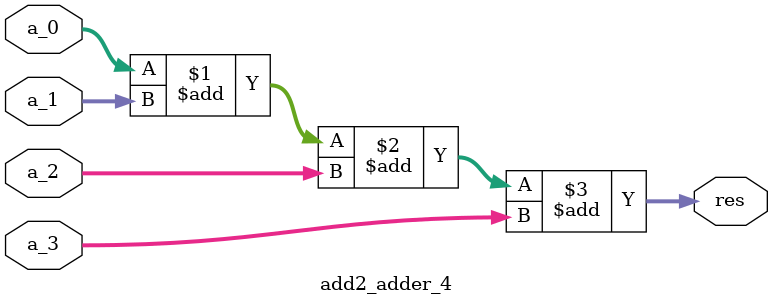
<source format=v>
module add1
#(parameter Size = 43, radix = 78)
(
	input [Size-1:0] a_0,
	input [Size-1:0] a_1,
	input [Size-1:0] a_2,
	input [Size-1:0] a_3,
	input [Size-1:0] a_4,
	input [Size-1:0] a_5,
	input [Size-1:0] a_6,
	input [Size-1:0] a_7,
	input [Size-1:0] a_8,
	input [Size-1:0] a_9,
	input [Size-1:0] a_10,
	input [Size-1:0] a_11,
	input [Size-1:0] a_12,
	input [Size-1:0] a_13,
	input [Size-1:0] a_14,
	output [radix*2-1:0] res_0,
	output [radix*2-1:0] res_1,
	output [radix*2-1:0] res_2
);
    //need modify depends on the size or the radix
	wire [radix*2-1:0] a_0_w = {113'b0,a_0};
	wire [radix*2-1:0] a_1_w = {96'b0,a_1,17'b0};  
	wire [radix*2-1:0] a_2_w = {79'b0,a_2,34'b0};  
	wire [radix*2-1:0] a_3_w = {62'b0,a_3,51'b0};  
	wire [radix*2-1:0] a_4_w = {45'b0,a_4,68'b0};  
	wire [radix*2-1:0] a_5_w = {87'b0,a_5,26'b0};  
	wire [radix*2-1:0] a_6_w = {70'b0,a_6,43'b0};  
	wire [radix*2-1:0] a_7_w = {53'b0,a_7,60'b0};  
	wire [radix*2-1:0] a_8_w = {36'b0,a_8,77'b0};  
	wire [radix*2-1:0] a_9_w = {19'b0,a_9,94'b0};  
	wire [radix*2-1:0] a_10_w = {61'b0,a_10,52'b0};
	wire [radix*2-1:0] a_11_w = {44'b0,a_11,69'b0};
	wire [radix*2-1:0] a_12_w = {27'b0,a_12,86'b0};
	wire [radix*2-1:0] a_13_w = {10'b0,a_13,103'b0};
	wire [radix*2-1:0] a_14_w = {a_14[35:0],120'b0};

	add2_adder_5#(.adder_size(radix*2)) add2_0(a_0_w,a_1_w,a_2_w,a_3_w,a_4_w,res_0);
	add2_adder_5#(.adder_size(radix*2)) add2_1(a_5_w,a_6_w,a_7_w,a_8_w,a_9_w,res_1);
	add2_adder_5#(.adder_size(radix*2)) add2_2(a_10_w,a_11_w,a_12_w,a_13_w,a_14_w,res_2);
endmodule

module add2_adder_5
#(parameter adder_size = 108)
(
	input [adder_size-1:0] a_0,
	input [adder_size-1:0] a_1,
	input [adder_size-1:0] a_2,
	input [adder_size-1:0] a_3,
	input [adder_size-1:0] a_4,
	output [adder_size-1:0] res
);
	assign res = a_0+a_1+a_2+a_3+a_4;
endmodule

module add2_adder_3
#(parameter adder_size = 108)
(
	input [adder_size-1:0] a_0,
	input [adder_size-1:0] a_1,
	input [adder_size-1:0] a_2,
	output [adder_size-1:0] res
);
	assign res = a_0+a_1+a_2;
endmodule

module add2_adder_4
#(parameter adder_size = 108)
(
	input [adder_size-1:0] a_0,
	input [adder_size-1:0] a_1,
	input [adder_size-1:0] a_2,
	input [adder_size-1:0] a_3,
	output [adder_size-1:0] res
);
	assign res = a_0+a_1+a_2+a_3;
endmodule
</source>
